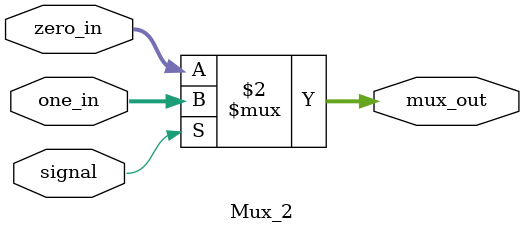
<source format=v>
`timescale 1ns / 1ps
module Mux_2 (input [31:0] zero_in,
              one_in,
              input signal,
              output [31:0] mux_out);

assign mux_out = (signal == 0)?zero_in:one_in;
endmodule //mux_2

</source>
